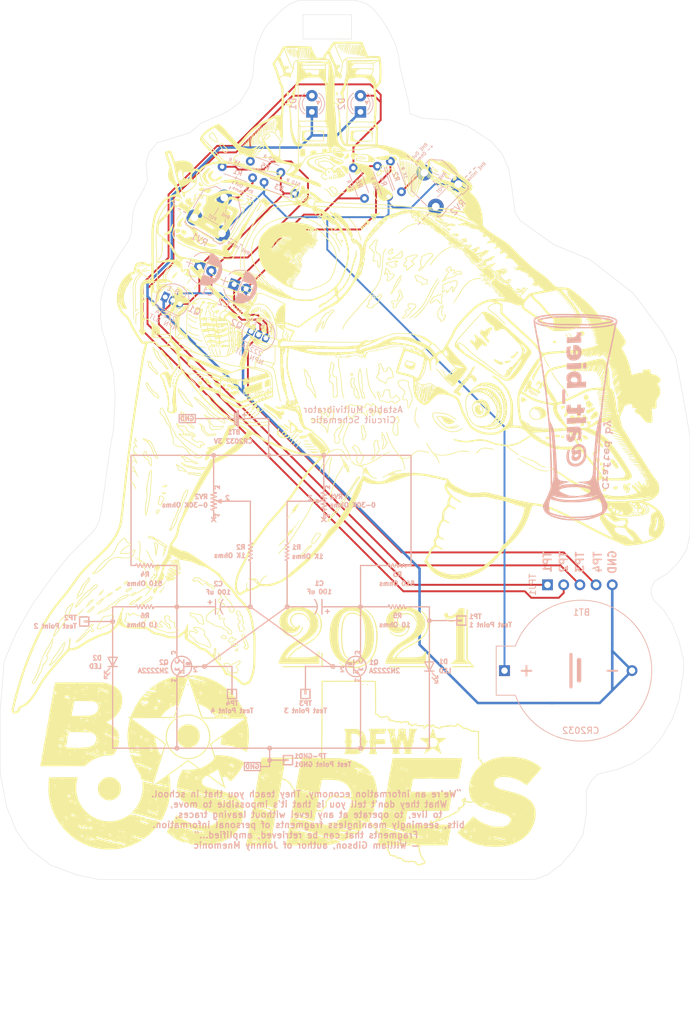
<source format=kicad_pcb>
(kicad_pcb (version 20171130) (host pcbnew "(5.1.9)-1")
  (title_block (title "BSidesDFW 2021 Astable Multivibrator Badge") (date 2021-10-05) (rev 1) (company "Created by @alt_bier a.k.a. Richard Gowen"))
  (layers (0 F.Cu signal) (31 B.Cu signal) (34 B.Paste user) (35 F.Paste user) (36 B.SilkS user) (37 F.SilkS user) (38 B.Mask user) (39 F.Mask user) (44 Edge.Cuts user))
  (net 0 "")
  (net 1 "Net-(BT1-Pad1)")
  (net 2 GND)
  (net 3 "Net-(C1-Pad1)")
  (net 4 TP4)
  (net 5 TP3)
  (net 6 "Net-(C2-Pad1)")
  (net 7 TP1)
  (net 8 TP2)
  (net 9 "Net-(R1-Pad1)")
  (net 10 "Net-(R2-Pad2)")
  (net 11 "Net-(RV1-Pad1)")
  (net 12 "Net-(RV2-Pad1)")
  (module 0_local:2021 (layer F.Cu) (at 149.86 120.142)
    (fp_text reference G*** hide)
    (fp_text value LOGO hide)
  )
  (module 0_alt_bier:logo-alt_bier-700dpi-13x32mm-back (layer F.Cu) (at 180.086 85.09)
    (fp_text reference G*** hide)
    (fp_text value LOGO hide)
  )
  (module 0_org_logos:BSidesDFW_Logo_Front_900dpi (layer F.Cu) (at 135.763 140.208)
    (fp_text reference G*** hide)
    (fp_text value LOGO hide)
  )
  (module 0_local:Astable_Multivibrator_Circuit-back (layer F.Cu) (at 131.318 105.41)
    (fp_text reference REF**)
    (fp_text value Astable_Multivibrator_Circuit)
    (fp_text user RV2 (at -8.69 -7.614161 -180) (layer B.SilkS) (effects (font (size 0.04 0.036) (thickness 0.005)) (justify right bottom mirror)))
    (fp_text user 2 (at -10.277109 19.515136 -180) (layer B.SilkS) (effects (font (size 0.04 0.036) (thickness 0.005)) (justify right bottom mirror)))
    (fp_text user 2 (at -10.277597 19.515527 -180) (layer B.SilkS) (effects (font (size 0.04 0.036) (thickness 0.005)) (justify right bottom mirror)))
    (fp_text user 2 (at 12.76293 19.515136 -180) (layer B.SilkS) (effects (font (size 0.04 0.036) (thickness 0.005)) (justify right bottom mirror)))
    (fp_text user 2 (at 12.762442 19.515527 -180) (layer B.SilkS) (effects (font (size 0.04 0.036) (thickness 0.005)) (justify right bottom mirror)))
    (fp_text user RV2 (at -8.689609 -7.614454 -180) (layer B.SilkS) (effects (font (size 0.04 0.036) (thickness 0.005)) (justify right bottom mirror)))
  )
  (module 0_local:CyberDolphin1_500dpi_108mm (layer F.Cu) (at 143.637 78.867)
    (fp_text reference G*** hide)
    (fp_text value LOGO hide)
  )
  (module 0_local:BatteryHolder_CR2032-BS-2-1_Front_backsilk (layer F.Cu) (at 192.278 124.714 270)
    (fp_text reference BT1 (at -9.144 10.922) (layer B.SilkS) (effects (justify mirror)))
    (fp_text value "CR2032 3V")
    (fp_text user + (at -0.127 19.558) (layer B.SilkS) (effects (font (size 2 2) (thickness 0.3)) (justify mirror)))
    (fp_text user - (at -0.127 6.096) (layer B.SilkS) (effects (font (size 2 2) (thickness 0.3)) (justify mirror)))
    (fp_text user CR2032 (at 9.398 11.049) (layer B.SilkS) (effects (justify mirror)))
    (pad 1 thru_hole rect (at 0 23 270) (size 1.7 1.7) (drill 1) (layers *.Cu *.Mask) (net 1 "Net-(BT1-Pad1)"))
    (pad 2 thru_hole circle (at 0 3 270) (size 1.7 1.7) (drill 1) (layers *.Cu *.Mask) (net 2 GND))
  )
  (module 0_local:CP_Radial_D5.0mm_P2.00mm_backsilk (layer F.Cu) (at 121.412 61.341 340)
    (fp_text reference C1 (at 2.539943 3.265204 160) (layer B.SilkS) (effects (justify mirror)))
    (fp_text value "100 uF")
    (pad 1 thru_hole rect (at 0 0 340) (size 1.6 1.6) (drill 0.8) (layers *.Cu *.Mask) (net 3 "Net-(C1-Pad1)"))
    (pad 2 thru_hole circle (at 2 0 340) (size 1.6 1.6) (drill 0.8) (layers *.Cu *.Mask) (net 4 TP4))
  )
  (module 0_local:CP_Radial_D5.0mm_P2.00mm_backsilk (layer F.Cu) (at 126.873 64.135 340)
    (fp_text reference C2 (at -0.552392 3.309517 160) (layer B.SilkS) (effects (justify mirror)))
    (fp_text value "100 uF")
    (pad 2 thru_hole circle (at 2 0 340) (size 1.6 1.6) (drill 0.8) (layers *.Cu *.Mask) (net 5 TP3))
    (pad 1 thru_hole rect (at 0 0 340) (size 1.6 1.6) (drill 0.8) (layers *.Cu *.Mask) (net 6 "Net-(C2-Pad1)"))
  )
  (module 0_local:LED_D3.0mm-2_backsilk (layer F.Cu) (at 139.065 37.084 90)
    (fp_text reference D1 (at 1.27 -2.96 90) (layer B.SilkS) (effects (justify mirror)))
    (fp_text value LED)
    (pad 2 thru_hole circle (at 2.54 0 90) (size 1.8 1.8) (drill 0.9) (layers *.Cu *.Mask) (net 7 TP1))
    (pad 1 thru_hole rect (at 0 0 90) (size 1.8 1.8) (drill 0.9) (layers *.Cu *.Mask) (net 2 GND))
  )
  (module 0_local:LED_D3.0mm-2_backsilk (layer F.Cu) (at 146.685 37.084 90)
    (fp_text reference D2 (at 1.27 -2.96 90) (layer B.SilkS) (effects (justify mirror)))
    (fp_text value LED)
    (pad 1 thru_hole rect (at 0 0 90) (size 1.8 1.8) (drill 0.9) (layers *.Cu *.Mask) (net 2 GND))
    (pad 2 thru_hole circle (at 2.54 0 90) (size 1.8 1.8) (drill 0.9) (layers *.Cu *.Mask) (net 8 TP2))
  )
  (module 0_local:Q_2222A_TO-92_Inline_back-silk (layer F.Cu) (at 116.061978 66.10955 335)
    (fp_text reference Q1 (at 5.0412 -0.045297 155) (layer B.SilkS) (effects (justify mirror)))
    (fp_text value 2N2222A)
    (fp_text user 2222A (at 1.32 2.55 155) (layer B.SilkS) (effects (font (size 0.75 0.75) (thickness 0.1)) (justify mirror)))
    (fp_text user "NPN BJT" (at 1.42 3.72 155) (layer B.SilkS) (effects (font (size 0.75 0.75) (thickness 0.1)) (justify mirror)))
    (fp_text user E (at 0 -1.47 155) (layer B.SilkS) (effects (font (size 0.75 0.75) (thickness 0.1)) (justify mirror)))
    (fp_text user B (at 1.27 -1.49 155) (layer B.SilkS) (effects (font (size 0.75 0.75) (thickness 0.1)) (justify mirror)))
    (fp_text user C (at 2.55 -1.49 155) (layer B.SilkS) (effects (font (size 0.75 0.75) (thickness 0.1)) (justify mirror)))
    (pad 2 thru_hole oval (at 1.27 0 335) (size 1.05 1.5) (drill 0.75) (layers *.Cu *.Mask) (net 5 TP3))
    (pad 3 thru_hole oval (at 2.54 0 335) (size 1.05 1.5) (drill 0.75) (layers *.Cu *.Mask) (net 3 "Net-(C1-Pad1)"))
    (pad 1 thru_hole rect (at 0 0 335) (size 1.05 1.5) (drill 0.75) (layers *.Cu *.Mask) (net 2 GND))
  )
  (module 0_local:Q_2222A_TO-92_Inline_back-silk (layer F.Cu) (at 129.54 71.501 335)
    (fp_text reference Q2 (at -2.554872 -0.069804 155) (layer B.SilkS) (effects (justify mirror)))
    (fp_text value 2N2222A)
    (fp_text user C (at 2.55 -1.49 155) (layer B.SilkS) (effects (font (size 0.75 0.75) (thickness 0.1)) (justify mirror)))
    (fp_text user B (at 1.27 -1.49 155) (layer B.SilkS) (effects (font (size 0.75 0.75) (thickness 0.1)) (justify mirror)))
    (fp_text user E (at 0 -1.47 155) (layer B.SilkS) (effects (font (size 0.75 0.75) (thickness 0.1)) (justify mirror)))
    (fp_text user "NPN BJT" (at 1.42 3.72 155) (layer B.SilkS) (effects (font (size 0.75 0.75) (thickness 0.1)) (justify mirror)))
    (fp_text user 2222A (at 1.32 2.55 155) (layer B.SilkS) (effects (font (size 0.75 0.75) (thickness 0.1)) (justify mirror)))
    (pad 1 thru_hole rect (at 0 0 335) (size 1.05 1.5) (drill 0.75) (layers *.Cu *.Mask) (net 2 GND))
    (pad 3 thru_hole oval (at 2.54 0 335) (size 1.05 1.5) (drill 0.75) (layers *.Cu *.Mask) (net 6 "Net-(C2-Pad1)"))
    (pad 2 thru_hole oval (at 1.27 0 335) (size 1.05 1.5) (drill 0.75) (layers *.Cu *.Mask) (net 4 TP4))
  )
  (module 0_local:R_Axial_DIN0204_L3.6mm_D1.6mm_P5.08mm_Horizontal_backsilk (layer F.Cu) (at 129.7686 47.4218 160)
    (fp_text reference R1 (at 2.4765 0 160) (layer B.SilkS) (effects (font (size 0.75 0.75)) (justify mirror)))
    (fp_text value "1K R" (at 3.559343 1.461577 160) (layer B.SilkS) (effects (font (size 0.5 0.5) (thickness 0.1)) (justify mirror)))
    (pad 2 thru_hole oval (at 5.08 0 160) (size 1.4 1.4) (drill 0.7) (layers *.Cu *.Mask) (net 4 TP4))
    (pad 1 thru_hole circle (at 0 0 160) (size 1.4 1.4) (drill 0.7) (layers *.Cu *.Mask) (net 9 "Net-(R1-Pad1)"))
  )
  (module 0_local:R_Axial_DIN0204_L3.6mm_D1.6mm_P5.08mm_Horizontal_backsilk (layer F.Cu) (at 151.384 44.831 290)
    (fp_text reference R2 (at 2.571534 -0.010092 110) (layer B.SilkS) (effects (font (size 0.75 0.75)) (justify mirror)))
    (fp_text value "1K R" (at 2.409195 -1.420685 110) (layer B.SilkS) (effects (font (size 0.5 0.5) (thickness 0.1)) (justify mirror)))
    (pad 1 thru_hole circle (at 0 0 290) (size 1.4 1.4) (drill 0.7) (layers *.Cu *.Mask) (net 5 TP3))
    (pad 2 thru_hole oval (at 5.08 0 290) (size 1.4 1.4) (drill 0.7) (layers *.Cu *.Mask) (net 10 "Net-(R2-Pad2)"))
  )
  (module 0_local:R_Axial_DIN0204_L3.6mm_D1.6mm_P5.08mm_Horizontal_backsilk (layer F.Cu) (at 131.572 48.133 340)
    (fp_text reference R3 (at 2.4765 0 160) (layer B.SilkS) (effects (font (size 0.75 0.75)) (justify mirror)))
    (fp_text value "510 R" (at 4.296275 -1.563716 160) (layer B.SilkS) (effects (font (size 0.5 0.5) (thickness 0.1)) (justify mirror)))
    (pad 1 thru_hole circle (at 0 0 340) (size 1.4 1.4) (drill 0.7) (layers *.Cu *.Mask) (net 1 "Net-(BT1-Pad1)"))
    (pad 2 thru_hole oval (at 5.08 0 340) (size 1.4 1.4) (drill 0.7) (layers *.Cu *.Mask) (net 3 "Net-(C1-Pad1)"))
  )
  (module 0_local:R_Axial_DIN0204_L3.6mm_D1.6mm_P5.08mm_Horizontal_backsilk (layer F.Cu) (at 149.352 45.593 290)
    (fp_text reference R4 (at 2.571534 -0.010092 110) (layer B.SilkS) (effects (font (size 0.75 0.75)) (justify mirror)))
    (fp_text value "510 R" (at 2.451755 1.432968 110) (layer B.SilkS) (effects (font (size 0.5 0.5) (thickness 0.1)) (justify mirror)))
    (pad 2 thru_hole oval (at 5.08 0 290) (size 1.4 1.4) (drill 0.7) (layers *.Cu *.Mask) (net 1 "Net-(BT1-Pad1)"))
    (pad 1 thru_hole circle (at 0 0 290) (size 1.4 1.4) (drill 0.7) (layers *.Cu *.Mask) (net 6 "Net-(C2-Pad1)"))
  )
  (module 0_local:R_Axial_DIN0204_L3.6mm_D1.6mm_P5.08mm_Horizontal_backsilk (layer F.Cu) (at 129.413 44.831 340)
    (fp_text reference R5 (at 2.4765 0 160) (layer B.SilkS) (effects (font (size 0.75 0.75)) (justify mirror)))
    (fp_text value "10 R" (at 2.571096 -1.476405 160) (layer B.SilkS) (effects (font (size 0.5 0.5) (thickness 0.1)) (justify mirror)))
    (pad 1 thru_hole circle (at 0 0 340) (size 1.4 1.4) (drill 0.7) (layers *.Cu *.Mask) (net 7 TP1))
    (pad 2 thru_hole oval (at 5.08 0 340) (size 1.4 1.4) (drill 0.7) (layers *.Cu *.Mask) (net 3 "Net-(C1-Pad1)"))
  )
  (module 0_local:R_Axial_DIN0204_L3.6mm_D1.6mm_P5.08mm_Horizontal_backsilk (layer F.Cu) (at 147.32 50.6476 110)
    (fp_text reference R6 (at 2.4765 0 110) (layer B.SilkS) (effects (font (size 0.75 0.75)) (justify mirror)))
    (fp_text value "10 R" (at 2.63489 -1.446659 110) (layer B.SilkS) (effects (font (size 0.5 0.5) (thickness 0.1)) (justify mirror)))
    (pad 2 thru_hole oval (at 5.08 0 110) (size 1.4 1.4) (drill 0.7) (layers *.Cu *.Mask) (net 8 TP2))
    (pad 1 thru_hole circle (at 0 0 110) (size 1.4 1.4) (drill 0.7) (layers *.Cu *.Mask) (net 6 "Net-(C2-Pad1)"))
  )
  (module 0_local:R_Potentiometer_3pin_THT_5mm_backsilk_anno (layer F.Cu) (at 120.637873 53.634 330)
    (fp_text reference RV1 (at 2.39 2.58 150) (layer B.SilkS) (effects (justify mirror)))
    (fp_text value "0-30K Ohms")
    (fp_text user "RHE Inline" (at 8.38 0.64 150) (layer B.SilkS) (effects (font (size 0.5 0.5) (thickness 0.1)) (justify mirror)))
    (fp_text user "+- Ohms" (at 4.67 -7.14 150) (layer B.SilkS) (effects (font (size 0.5 0.5) (thickness 0.1)) (justify mirror)))
    (fp_text user "RHE Out" (at 4.44 -7.94 150) (layer B.SilkS) (effects (font (size 0.5 0.5) (thickness 0.1)) (justify mirror)))
    (fp_text user POT (at 2.45 -1.38 150) (layer B.SilkS) (effects (font (size 0.5 0.5) (thickness 0.1)) (justify mirror)))
    (fp_text user RHE (at 4.1 -2.64 150) (layer B.SilkS) (effects (font (size 0.5 0.5) (thickness 0.1)) (justify mirror)))
    (pad 1 thru_hole circle (at 0 0 330) (size 2.5 2.5) (drill 1.2) (layers *.Cu *.Mask) (net 11 "Net-(RV1-Pad1)"))
    (pad 3 thru_hole circle (at 5 0 330) (size 2.5 2.5) (drill 1.2) (layers *.Cu *.Mask) (net 1 "Net-(BT1-Pad1)"))
    (pad 2 thru_hole circle (at 2.5 -5.04 330) (size 2.5 2.5) (drill 1.2) (layers *.Cu *.Mask) (net 9 "Net-(R1-Pad1)"))
  )
  (module 0_local:R_Potentiometer_3pin_THT_5mm_backsilk_anno (layer F.Cu) (at 158.496 51.943 45)
    (fp_text reference RV2 (at 2.39 2.58 45) (layer B.SilkS) (effects (justify mirror)))
    (fp_text value "0-30K Ohms")
    (fp_text user RHE (at 4.1 -2.64 45) (layer B.SilkS) (effects (font (size 0.5 0.5) (thickness 0.1)) (justify mirror)))
    (fp_text user POT (at 2.45 -1.38 45) (layer B.SilkS) (effects (font (size 0.5 0.5) (thickness 0.1)) (justify mirror)))
    (fp_text user "RHE Out" (at 4.44 -7.94 45) (layer B.SilkS) (effects (font (size 0.5 0.5) (thickness 0.1)) (justify mirror)))
    (fp_text user "+- Ohms" (at 4.67 -7.14 45) (layer B.SilkS) (effects (font (size 0.5 0.5) (thickness 0.1)) (justify mirror)))
    (fp_text user "RHE Inline" (at 8.38 0.64 45) (layer B.SilkS) (effects (font (size 0.5 0.5) (thickness 0.1)) (justify mirror)))
    (pad 2 thru_hole circle (at 2.5 -5.04 45) (size 2.5 2.5) (drill 1.2) (layers *.Cu *.Mask) (net 10 "Net-(R2-Pad2)"))
    (pad 3 thru_hole circle (at 5 0 45) (size 2.5 2.5) (drill 1.2) (layers *.Cu *.Mask) (net 1 "Net-(BT1-Pad1)"))
    (pad 1 thru_hole circle (at 0 0 45) (size 2.5 2.5) (drill 1.2) (layers *.Cu *.Mask) (net 12 "Net-(RV2-Pad1)"))
  )
  (module 0_local:Conn_Pin_Header_Hole_1x05_Pitch2.54mm (layer F.Cu) (at 176.022 111.252 90)
    (fp_text reference TPJ1 (at 0 -2.33 90) (layer B.SilkS) (effects (justify mirror)))
    (fp_text value "Test Point Connector")
    (pad 5 thru_hole oval (at 0 10.16 90) (size 1.7 1.7) (drill 1) (layers *.Cu *.Mask) (net 2 GND))
    (pad 4 thru_hole oval (at 0 7.62 90) (size 1.7 1.7) (drill 1) (layers *.Cu *.Mask) (net 4 TP4))
    (pad 3 thru_hole oval (at 0 5.08 90) (size 1.7 1.7) (drill 1) (layers *.Cu *.Mask) (net 5 TP3))
    (pad 2 thru_hole oval (at 0 2.54 90) (size 1.7 1.7) (drill 1) (layers *.Cu *.Mask) (net 8 TP2))
    (pad 1 thru_hole rect (at 0 0 90) (size 1.7 1.7) (drill 1) (layers *.Cu *.Mask) (net 7 TP1))
  )
  (gr_line (start 108.204 81.534) (end 107.95 86.868) (layer Edge.Cuts) (width 0.05))
  (gr_line (start 107.95 77.978) (end 108.204 81.534) (layer Edge.Cuts) (width 0.05))
  (gr_line (start 106.68 72.898) (end 107.95 77.978) (layer Edge.Cuts) (width 0.05))
  (gr_line (start 106.172 71.374) (end 106.68 72.898) (layer Edge.Cuts) (width 0.05))
  (gr_line (start 105.918 69.342) (end 106.172 71.374) (layer Edge.Cuts) (width 0.05))
  (gr_line (start 105.918 66.802) (end 105.918 69.342) (layer Edge.Cuts) (width 0.05))
  (gr_line (start 106.172 65.278) (end 105.918 66.802) (layer Edge.Cuts) (width 0.05))
  (gr_line (start 106.68 63.754) (end 106.172 65.278) (layer Edge.Cuts) (width 0.05))
  (gr_line (start 107.442 61.976) (end 106.68 63.754) (layer Edge.Cuts) (width 0.05))
  (gr_line (start 108.204 60.452) (end 107.442 61.976) (layer Edge.Cuts) (width 0.05))
  (gr_line (start 134.366 21.082) (end 133.096 22.352) (layer Edge.Cuts) (width 0.05))
  (gr_line (start 135.382 20.32) (end 134.366 21.082) (layer Edge.Cuts) (width 0.05))
  (gr_line (start 136.398 19.812) (end 135.382 20.32) (layer Edge.Cuts) (width 0.05))
  (gr_line (start 137.16 19.558) (end 136.398 19.812) (layer Edge.Cuts) (width 0.05))
  (gr_line (start 148.59 20.828) (end 149.86 22.352) (layer Edge.Cuts) (width 0.05))
  (gr_line (start 147.574 20.066) (end 148.59 20.828) (layer Edge.Cuts) (width 0.05))
  (gr_line (start 145.796 19.558) (end 147.574 20.066) (layer Edge.Cuts) (width 0.05))
  (gr_line (start 137.16 19.558) (end 145.796 19.558) (layer Edge.Cuts) (width 0.05))
  (gr_line (start 126.492 36.576) (end 124.714 37.592) (layer Edge.Cuts) (width 0.05))
  (gr_line (start 127.762 35.56) (end 126.492 36.576) (layer Edge.Cuts) (width 0.05))
  (gr_line (start 129.032 33.528) (end 127.762 35.56) (layer Edge.Cuts) (width 0.05))
  (gr_line (start 132.08 23.368) (end 133.096 22.352) (layer Edge.Cuts) (width 0.05))
  (gr_line (start 131.572 24.13) (end 132.08 23.368) (layer Edge.Cuts) (width 0.05))
  (gr_line (start 130.556 26.416) (end 131.572 24.13) (layer Edge.Cuts) (width 0.05))
  (gr_line (start 130.048 28.448) (end 130.556 26.416) (layer Edge.Cuts) (width 0.05))
  (gr_line (start 129.794 31.496) (end 130.048 28.448) (layer Edge.Cuts) (width 0.05))
  (gr_line (start 129.286 33.02) (end 129.794 31.496) (layer Edge.Cuts) (width 0.05))
  (gr_line (start 129.032 33.528) (end 129.286 33.02) (layer Edge.Cuts) (width 0.05))
  (gr_line (start 113.538 43.434) (end 114.808 41.91) (layer Edge.Cuts) (width 0.05))
  (gr_line (start 113.03 45.212) (end 113.538 43.434) (layer Edge.Cuts) (width 0.05))
  (gr_line (start 113.284 47.752) (end 113.03 45.212) (layer Edge.Cuts) (width 0.05))
  (gr_line (start 112.776 49.022) (end 113.284 47.752) (layer Edge.Cuts) (width 0.05))
  (gr_line (start 111.506 51.308) (end 112.776 49.022) (layer Edge.Cuts) (width 0.05))
  (gr_line (start 110.998 52.832) (end 111.506 51.308) (layer Edge.Cuts) (width 0.05))
  (gr_line (start 110.744 56.134) (end 110.998 52.832) (layer Edge.Cuts) (width 0.05))
  (gr_line (start 110.236 57.404) (end 110.744 56.134) (layer Edge.Cuts) (width 0.05))
  (gr_line (start 108.204 60.452) (end 110.236 57.404) (layer Edge.Cuts) (width 0.05))
  (gr_line (start 176.022 156.718) (end 173.99 157.48) (layer Edge.Cuts) (width 0.05))
  (gr_line (start 178.054 155.194) (end 176.022 156.718) (layer Edge.Cuts) (width 0.05))
  (gr_line (start 180.086 152.908) (end 178.054 155.194) (layer Edge.Cuts) (width 0.05))
  (gr_line (start 181.61 150.368) (end 180.086 152.908) (layer Edge.Cuts) (width 0.05))
  (gr_line (start 182.118 147.066) (end 181.61 150.368) (layer Edge.Cuts) (width 0.05))
  (gr_line (start 182.118 143.51) (end 182.118 147.066) (layer Edge.Cuts) (width 0.05))
  (gr_line (start 182.88 141.986) (end 182.118 143.51) (layer Edge.Cuts) (width 0.05))
  (gr_line (start 183.896 140.97) (end 182.88 141.986) (layer Edge.Cuts) (width 0.05))
  (gr_line (start 186.944 140.208) (end 183.896 140.97) (layer Edge.Cuts) (width 0.05))
  (gr_line (start 189.484 139.192) (end 186.944 140.208) (layer Edge.Cuts) (width 0.05))
  (gr_line (start 192.024 137.414) (end 189.484 139.192) (layer Edge.Cuts) (width 0.05))
  (gr_line (start 193.802 135.382) (end 192.024 137.414) (layer Edge.Cuts) (width 0.05))
  (gr_line (start 195.58 132.334) (end 193.802 135.382) (layer Edge.Cuts) (width 0.05))
  (gr_line (start 196.596 129.54) (end 195.58 132.334) (layer Edge.Cuts) (width 0.05))
  (gr_line (start 197.358 124.968) (end 196.596 129.54) (layer Edge.Cuts) (width 0.05))
  (gr_line (start 197.358 122.936) (end 197.358 124.968) (layer Edge.Cuts) (width 0.05))
  (gr_line (start 196.596 119.888) (end 197.358 122.936) (layer Edge.Cuts) (width 0.05))
  (gr_line (start 195.58 117.348) (end 196.596 119.888) (layer Edge.Cuts) (width 0.05))
  (gr_line (start 194.31 115.316) (end 195.58 117.348) (layer Edge.Cuts) (width 0.05))
  (gr_line (start 192.786 113.792) (end 194.31 115.316) (layer Edge.Cuts) (width 0.05))
  (gr_line (start 192.278 112.776) (end 192.786 113.792) (layer Edge.Cuts) (width 0.05))
  (gr_line (start 192.278 111.76) (end 192.278 112.776) (layer Edge.Cuts) (width 0.05))
  (gr_line (start 192.786 110.744) (end 192.278 111.76) (layer Edge.Cuts) (width 0.05))
  (gr_line (start 194.818 109.474) (end 192.786 110.744) (layer Edge.Cuts) (width 0.05))
  (gr_line (start 196.596 107.696) (end 194.818 109.474) (layer Edge.Cuts) (width 0.05))
  (gr_line (start 197.866 105.664) (end 196.596 107.696) (layer Edge.Cuts) (width 0.05))
  (gr_line (start 198.374 103.378) (end 197.866 105.664) (layer Edge.Cuts) (width 0.05))
  (gr_line (start 198.374 87.884) (end 198.374 103.378) (layer Edge.Cuts) (width 0.05))
  (gr_line (start 196.85 79.375) (end 198.374 87.884) (layer Edge.Cuts) (width 0.05))
  (gr_line (start 105.664 157.48) (end 173.99 157.48) (layer Edge.Cuts) (width 0.05))
  (gr_line (start 102.108 156.718) (end 105.664 157.48) (layer Edge.Cuts) (width 0.05))
  (gr_line (start 98.044 155.194) (end 102.108 156.718) (layer Edge.Cuts) (width 0.05))
  (gr_line (start 94.742 152.654) (end 98.044 155.194) (layer Edge.Cuts) (width 0.05))
  (gr_line (start 92.71 149.86) (end 94.742 152.654) (layer Edge.Cuts) (width 0.05))
  (gr_line (start 91.186 146.05) (end 92.71 149.86) (layer Edge.Cuts) (width 0.05))
  (gr_line (start 90.17 140.716) (end 91.186 146.05) (layer Edge.Cuts) (width 0.05))
  (gr_line (start 90.17 131.064) (end 90.17 140.716) (layer Edge.Cuts) (width 0.05))
  (gr_line (start 152.146 26.416) (end 152.654 28.194) (layer Edge.Cuts) (width 0.05))
  (gr_line (start 150.876 23.876) (end 152.146 26.416) (layer Edge.Cuts) (width 0.05))
  (gr_line (start 149.86 22.352) (end 150.876 23.876) (layer Edge.Cuts) (width 0.05))
  (gr_line (start 152.654 28.194) (end 152.908 30.226) (layer Edge.Cuts) (width 0.05))
  (gr_line (start 137.668 21.844) (end 137.668 25.654) (layer Edge.Cuts) (width 0.05))
  (gr_line (start 145.288 21.844) (end 137.668 21.844) (layer Edge.Cuts) (width 0.05))
  (gr_line (start 145.288 25.654) (end 145.288 21.844) (layer Edge.Cuts) (width 0.05))
  (gr_line (start 137.668 25.654) (end 145.288 25.654) (layer Edge.Cuts) (width 0.05))
  (gr_line (start 196.088 75.438) (end 196.85 79.375) (layer Edge.Cuts) (width 0.05))
  (gr_line (start 194.056 71.628) (end 196.088 75.438) (layer Edge.Cuts) (width 0.05))
  (gr_line (start 189.484 65.532) (end 194.056 71.628) (layer Edge.Cuts) (width 0.05))
  (gr_line (start 182.626 60.198) (end 189.484 65.532) (layer Edge.Cuts) (width 0.05))
  (gr_line (start 177.038 57.912) (end 182.626 60.198) (layer Edge.Cuts) (width 0.05))
  (gr_line (start 171.704 54.102) (end 177.038 57.912) (layer Edge.Cuts) (width 0.05))
  (gr_line (start 170.942 52.832) (end 171.704 54.102) (layer Edge.Cuts) (width 0.05))
  (gr_line (start 170.434 49.022) (end 170.942 52.832) (layer Edge.Cuts) (width 0.05))
  (gr_line (start 169.926 45.974) (end 170.434 49.022) (layer Edge.Cuts) (width 0.05))
  (gr_line (start 168.91 43.688) (end 169.926 45.974) (layer Edge.Cuts) (width 0.05))
  (gr_line (start 167.132 41.656) (end 168.91 43.688) (layer Edge.Cuts) (width 0.05))
  (gr_line (start 163.576 39.37) (end 167.132 41.656) (layer Edge.Cuts) (width 0.05))
  (gr_line (start 160.782 38.354) (end 163.576 39.37) (layer Edge.Cuts) (width 0.05))
  (gr_line (start 156.464 38.1) (end 160.782 38.354) (layer Edge.Cuts) (width 0.05))
  (gr_line (start 154.432 37.338) (end 156.464 38.1) (layer Edge.Cuts) (width 0.05))
  (gr_line (start 154.178 35.306) (end 154.432 37.338) (layer Edge.Cuts) (width 0.05))
  (gr_line (start 152.908 30.226) (end 154.178 35.306) (layer Edge.Cuts) (width 0.05))
  (gr_line (start 123.444 38.1) (end 124.714 37.592) (layer Edge.Cuts) (width 0.05))
  (gr_line (start 121.666 38.862) (end 123.444 38.1) (layer Edge.Cuts) (width 0.05))
  (gr_line (start 119.888 40.386) (end 121.666 38.862) (layer Edge.Cuts) (width 0.05))
  (gr_line (start 114.808 41.91) (end 119.888 40.386) (layer Edge.Cuts) (width 0.05))
  (gr_line (start 107.442 89.662) (end 107.95 86.868) (layer Edge.Cuts) (width 0.05))
  (gr_line (start 106.934 93.218) (end 107.442 89.662) (layer Edge.Cuts) (width 0.05))
  (gr_line (start 106.426 97.028) (end 106.934 93.218) (layer Edge.Cuts) (width 0.05))
  (gr_line (start 105.918 100.33) (end 106.426 97.028) (layer Edge.Cuts) (width 0.05))
  (gr_line (start 105.664 101.346) (end 105.918 100.33) (layer Edge.Cuts) (width 0.05))
  (gr_line (start 105.156 102.362) (end 105.664 101.346) (layer Edge.Cuts) (width 0.05))
  (gr_line (start 104.775 102.87) (end 105.156 102.362) (layer Edge.Cuts) (width 0.05))
  (gr_line (start 100.965 106.68) (end 104.775 102.87) (layer Edge.Cuts) (width 0.05))
  (gr_line (start 98.425 109.855) (end 100.965 106.68) (layer Edge.Cuts) (width 0.05))
  (gr_line (start 95.25 114.3) (end 98.425 109.855) (layer Edge.Cuts) (width 0.05))
  (gr_line (start 92.71 118.745) (end 95.25 114.3) (layer Edge.Cuts) (width 0.05))
  (gr_line (start 90.805 123.19) (end 92.71 118.745) (layer Edge.Cuts) (width 0.05))
  (gr_text GND (at 186.182 107.696 90) (layer B.SilkS) (effects (font (size 1.2 1.2) (thickness 0.25)) (justify mirror)))
  (gr_text TP4 (at 183.896 107.696 90) (layer B.SilkS) (effects (font (size 1.2 1.2) (thickness 0.25)) (justify mirror)))
  (gr_text TP3 (at 181.102 107.696 90) (layer B.SilkS) (effects (font (size 1.2 1.2) (thickness 0.25)) (justify mirror)))
  (gr_text TP2 (at 178.562 107.696 90) (layer B.SilkS) (effects (font (size 1.2 1.2) (thickness 0.25)) (justify mirror)))
  (gr_text TP1 (at 176.022 107.696 90) (layer B.SilkS) (effects (font (size 1.2 1.2) (thickness 0.25)) (justify mirror)))
  (gr_line (start 90.17 131.064) (end 90.805 123.19) (layer Edge.Cuts) (width 0.05))
  (gr_text "“We're an information economy. They teach you that in school.\nWhat they don't tell you is that it's impossible to move, \nto live, to operate at any level without leaving traces, \nbits, seemingly meaningless fragments of personal information. \nFragments that can be retrieved, amplified...”\n― William Gibson, author of Johnny Mnemonic" (at 138.176 148.082) (layer B.SilkS) (effects (font (size 1 1) (thickness 0.2)) (justify mirror)))
  (gr_text "Astable Multivibrator\nCircuit Schematic" (at 145.542 84.582) (layer B.SilkS) (effects (font (size 1 1)) (justify mirror)))
  (segment (start 131.572 48.133) (end 131.572 50.038) (width 0.3) (layer B.Cu) (net 1))
  (segment (start 131.572 50.038) (end 135.128 53.594) (width 0.3) (layer B.Cu) (net 1))
  (segment (start 169.278 124.714) (end 169.278 86.474) (width 0.3) (layer B.Cu) (net 1))
  (segment (start 141.478 58.674) (end 141.478 53.594) (width 0.3) (layer B.Cu) (net 1))
  (segment (start 169.278 86.474) (end 141.478 58.674) (width 0.3) (layer B.Cu) (net 1))
  (segment (start 135.128 53.594) (end 141.478 53.594) (width 0.3) (layer B.Cu) (net 1))
  (segment (start 131.572 49.53) (end 131.572 48.133) (width 0.3) (layer B.Cu) (net 1))
  (segment (start 124.968 56.134) (end 131.572 49.53) (width 0.3) (layer B.Cu) (net 1))
  (segment (start 150.622 53.594) (end 151.089462 53.126538) (width 0.3) (layer B.Cu) (net 1))
  (segment (start 141.478 53.594) (end 150.622 53.594) (width 0.3) (layer B.Cu) (net 1))
  (segment (start 151.810924 52.07) (end 151.089462 51.348538) (width 0.3) (layer B.Cu) (net 1))
  (segment (start 158.348534 48.407466) (end 154.686 52.07) (width 0.3) (layer B.Cu) (net 1))
  (segment (start 154.686 52.07) (end 151.810924 52.07) (width 0.3) (layer B.Cu) (net 1))
  (segment (start 162.031534 48.407466) (end 158.348534 48.407466) (width 0.3) (layer B.Cu) (net 1))
  (segment (start 151.089462 51.348538) (end 151.089462 50.366639) (width 0.3) (layer B.Cu) (net 1))
  (segment (start 151.089462 53.126538) (end 151.089462 51.348538) (width 0.3) (layer B.Cu) (net 1))
  (segment (start 129.413 71.628) (end 129.54 71.501) (width 0.4) (layer B.Cu) (net 2))
  (segment (start 115.824 66.548) (end 115.824 68.58) (width 0.4) (layer B.Cu) (net 2))
  (segment (start 115.824 68.58) (end 118.872 71.628) (width 0.4) (layer B.Cu) (net 2))
  (segment (start 116.061978 66.310022) (end 115.824 66.548) (width 0.4) (layer B.Cu) (net 2))
  (segment (start 116.061978 66.10955) (end 116.061978 66.310022) (width 0.4) (layer B.Cu) (net 2))
  (segment (start 139.065 40.767) (end 139.065 37.084) (width 0.4) (layer B.Cu) (net 2))
  (segment (start 137.16 42.672) (end 139.065 40.767) (width 0.4) (layer B.Cu) (net 2))
  (segment (start 124.714 42.672) (end 137.16 42.672) (width 0.4) (layer B.Cu) (net 2))
  (segment (start 113.284 64.008) (end 117.094 60.198) (width 0.4) (layer B.Cu) (net 2))
  (segment (start 117.094 60.198) (end 117.094 50.292) (width 0.4) (layer B.Cu) (net 2))
  (segment (start 113.284 66.04) (end 113.284 64.008) (width 0.4) (layer B.Cu) (net 2))
  (segment (start 117.094 50.292) (end 124.714 42.672) (width 0.4) (layer B.Cu) (net 2))
  (segment (start 115.824 68.58) (end 113.284 66.04) (width 0.4) (layer B.Cu) (net 2))
  (segment (start 143.002 40.767) (end 146.685 37.084) (width 0.4) (layer B.Cu) (net 2))
  (segment (start 139.065 40.767) (end 143.002 40.767) (width 0.4) (layer B.Cu) (net 2))
  (segment (start 155.956 120.65) (end 165.1 129.794) (width 0.4) (layer B.Cu) (net 2))
  (segment (start 155.956 108.712) (end 155.956 120.65) (width 0.4) (layer B.Cu) (net 2))
  (segment (start 186.182 111.252) (end 186.182 120.65) (width 0.4) (layer B.Cu) (net 2))
  (segment (start 177.038 129.794) (end 176.53 129.794) (width 0.4) (layer B.Cu) (net 2))
  (segment (start 176.53 129.794) (end 184.198 129.794) (width 0.4) (layer B.Cu) (net 2))
  (segment (start 165.1 129.794) (end 176.53 129.794) (width 0.4) (layer B.Cu) (net 2))
  (segment (start 186.182 121.618) (end 186.182 120.65) (width 0.4) (layer B.Cu) (net 2))
  (segment (start 189.278 124.714) (end 186.182 121.618) (width 0.4) (layer B.Cu) (net 2))
  (segment (start 186.182 121.618) (end 186.182 127.762) (width 0.4) (layer B.Cu) (net 2))
  (segment (start 186.182 127.762) (end 186.206 127.786) (width 0.4) (layer B.Cu) (net 2))
  (segment (start 186.206 127.786) (end 189.278 124.714) (width 0.4) (layer B.Cu) (net 2))
  (segment (start 184.198 129.794) (end 186.206 127.786) (width 0.4) (layer B.Cu) (net 2))
  (segment (start 128.27 72.771) (end 129.54 71.501) (width 0.4) (layer B.Cu) (net 2))
  (segment (start 128.27 81.026) (end 128.27 72.771) (width 0.4) (layer B.Cu) (net 2))
  (segment (start 118.872 71.628) (end 128.27 81.026) (width 0.4) (layer B.Cu) (net 2))
  (segment (start 128.27 81.026) (end 155.956 108.712) (width 0.4) (layer B.Cu) (net 2))
  (segment (start 136.345639 49.870462) (end 134.736738 49.870462) (width 0.3) (layer F.Cu) (net 3))
  (segment (start 134.736738 49.870462) (end 125.5268 59.0804) (width 0.3) (layer F.Cu) (net 3))
  (segment (start 123.6726 59.0804) (end 121.412 61.341) (width 0.3) (layer F.Cu) (net 3))
  (segment (start 125.5268 59.0804) (end 123.6726 59.0804) (width 0.3) (layer F.Cu) (net 3))
  (segment (start 134.186639 49.320363) (end 134.736738 49.870462) (width 0.3) (layer F.Cu) (net 3))
  (segment (start 134.186639 46.568462) (end 134.186639 49.320363) (width 0.3) (layer F.Cu) (net 3))
  (segment (start 118.364 67.183) (end 118.5926 67.183) (width 0.3) (layer F.Cu) (net 3))
  (segment (start 118.364 67.183) (end 119.5578 67.183) (width 0.3) (layer F.Cu) (net 3))
  (segment (start 121.412 65.3288) (end 121.412 61.341) (width 0.3) (layer F.Cu) (net 3))
  (segment (start 119.5578 67.183) (end 121.412 65.3288) (width 0.3) (layer F.Cu) (net 3))
  (segment (start 124.994961 45.684338) (end 127.065938 45.684338) (width 0.3) (layer F.Cu) (net 4))
  (segment (start 127.065938 45.684338) (end 127.508 46.1264) (width 0.3) (layer F.Cu) (net 4))
  (segment (start 127.508 46.1264) (end 131.5212 46.1264) (width 0.3) (layer F.Cu) (net 4))
  (segment (start 131.5212 46.1264) (end 132.7912 44.8564) (width 0.3) (layer F.Cu) (net 4))
  (segment (start 132.7912 44.8564) (end 135.7884 44.8564) (width 0.3) (layer F.Cu) (net 4))
  (segment (start 135.7884 44.8564) (end 138.4554 47.5234) (width 0.3) (layer F.Cu) (net 4))
  (segment (start 138.4554 47.5234) (end 138.4554 50.4698) (width 0.3) (layer F.Cu) (net 4))
  (segment (start 138.4554 50.4698) (end 129.0066 59.9186) (width 0.3) (layer F.Cu) (net 4))
  (segment (start 125.397825 59.9186) (end 123.291385 62.02504) (width 0.3) (layer F.Cu) (net 4))
  (segment (start 129.0066 59.9186) (end 125.397825 59.9186) (width 0.3) (layer F.Cu) (net 4))
  (segment (start 123.291385 62.02504) (end 123.291385 64.922185) (width 0.3) (layer F.Cu) (net 4))
  (segment (start 123.291385 64.922185) (end 128.0414 69.6722) (width 0.3) (layer F.Cu) (net 4))
  (segment (start 128.0414 69.6722) (end 130.2258 69.6722) (width 0.3) (layer F.Cu) (net 4))
  (segment (start 130.2258 69.6722) (end 130.9878 70.4342) (width 0.3) (layer F.Cu) (net 4))
  (segment (start 130.9878 71.740936) (end 130.691011 72.037725) (width 0.3) (layer F.Cu) (net 4))
  (segment (start 130.9878 70.4342) (end 130.9878 71.740936) (width 0.3) (layer F.Cu) (net 4))
  (segment (start 178.562 106.172) (end 183.642 111.252) (width 0.3) (layer F.Cu) (net 4))
  (segment (start 129.032 82.042) (end 153.162 106.172) (width 0.3) (layer F.Cu) (net 4))
  (segment (start 129.032 73.914) (end 129.032 82.042) (width 0.3) (layer F.Cu) (net 4))
  (segment (start 130.691011 72.254989) (end 129.032 73.914) (width 0.3) (layer F.Cu) (net 4))
  (segment (start 153.162 106.172) (end 178.562 106.172) (width 0.3) (layer F.Cu) (net 4))
  (segment (start 130.691011 72.037725) (end 130.691011 72.254989) (width 0.3) (layer F.Cu) (net 4))
  (segment (start 151.384 44.831) (end 151.384 46.3804) (width 0.3) (layer F.Cu) (net 5))
  (segment (start 151.384 46.3804) (end 149.1234 48.641) (width 0.3) (layer F.Cu) (net 5))
  (segment (start 149.1234 48.641) (end 149.1234 53.0352) (width 0.3) (layer F.Cu) (net 5))
  (segment (start 149.1234 53.0352) (end 146.6342 55.5244) (width 0.3) (layer F.Cu) (net 5))
  (segment (start 138.047025 55.5244) (end 128.752385 64.81904) (width 0.3) (layer F.Cu) (net 5))
  (segment (start 146.6342 55.5244) (end 138.047025 55.5244) (width 0.3) (layer F.Cu) (net 5))
  (segment (start 117.212989 66.646275) (end 117.212989 66.962411) (width 0.3) (layer F.Cu) (net 5))
  (segment (start 129.20804 64.81904) (end 128.752385 64.81904) (width 0.3) (layer F.Cu) (net 5))
  (segment (start 117.212989 66.646275) (end 117.212989 66.429011) (width 0.3) (layer B.Cu) (net 5))
  (segment (start 117.212989 66.429011) (end 118.11 65.532) (width 0.3) (layer B.Cu) (net 5))
  (segment (start 118.11 65.532) (end 124.714 65.532) (width 0.3) (layer B.Cu) (net 5))
  (segment (start 124.714 65.532) (end 125.984 66.802) (width 0.3) (layer B.Cu) (net 5))
  (segment (start 125.984 66.802) (end 128.016 66.802) (width 0.3) (layer B.Cu) (net 5))
  (segment (start 128.752385 66.065615) (end 128.752385 64.81904) (width 0.3) (layer B.Cu) (net 5))
  (segment (start 128.016 66.802) (end 128.752385 66.065615) (width 0.3) (layer B.Cu) (net 5))
  (segment (start 178.054 108.204) (end 181.102 111.252) (width 0.3) (layer F.Cu) (net 5))
  (segment (start 152.908 108.204) (end 178.054 108.204) (width 0.3) (layer F.Cu) (net 5))
  (segment (start 115.062 70.358) (end 152.908 108.204) (width 0.3) (layer F.Cu) (net 5))
  (segment (start 117.212989 66.937011) (end 115.062 69.088) (width 0.3) (layer F.Cu) (net 5))
  (segment (start 115.062 69.088) (end 115.062 70.358) (width 0.3) (layer F.Cu) (net 5))
  (segment (start 117.212989 66.646275) (end 117.212989 66.937011) (width 0.3) (layer F.Cu) (net 5))
  (segment (start 149.1742 45.7708) (end 149.352 45.593) (width 0.3) (layer F.Cu) (net 6))
  (segment (start 149.352 45.593) (end 148.1836 45.593) (width 0.3) (layer F.Cu) (net 6))
  (segment (start 137.8204 53.1876) (end 126.873 64.135) (width 0.3) (layer F.Cu) (net 6))
  (segment (start 140.589 53.1876) (end 137.8204 53.1876) (width 0.3) (layer F.Cu) (net 6))
  (segment (start 143.129 50.6476) (end 142.9512 50.8254) (width 0.3) (layer F.Cu) (net 6))
  (segment (start 147.32 50.6476) (end 143.129 50.6476) (width 0.3) (layer F.Cu) (net 6))
  (segment (start 142.9512 50.8254) (end 140.589 53.1876) (width 0.3) (layer F.Cu) (net 6))
  (segment (start 148.1836 45.593) (end 142.9512 50.8254) (width 0.3) (layer F.Cu) (net 6))
  (segment (start 132.1308 72.285672) (end 131.842022 72.57445) (width 0.3) (layer F.Cu) (net 6))
  (segment (start 132.1054 72.311072) (end 131.842022 72.57445) (width 0.3) (layer F.Cu) (net 6))
  (segment (start 130.5306 68.9102) (end 132.1054 70.485) (width 0.3) (layer F.Cu) (net 6))
  (segment (start 128.3462 68.9102) (end 130.5306 68.9102) (width 0.3) (layer F.Cu) (net 6))
  (segment (start 132.1054 70.485) (end 132.1054 72.311072) (width 0.3) (layer F.Cu) (net 6))
  (segment (start 126.873 67.437) (end 128.3462 68.9102) (width 0.3) (layer F.Cu) (net 6))
  (segment (start 126.873 64.135) (end 126.873 67.437) (width 0.3) (layer F.Cu) (net 6))
  (segment (start 129.413 44.831) (end 129.413 41.1734) (width 0.3) (layer F.Cu) (net 7))
  (segment (start 136.0424 34.544) (end 139.065 34.544) (width 0.3) (layer F.Cu) (net 7))
  (segment (start 129.413 41.1734) (end 136.0424 34.544) (width 0.3) (layer F.Cu) (net 7))
  (segment (start 124.46 43.434) (end 117.348 50.546) (width 0.3) (layer F.Cu) (net 7))
  (segment (start 117.348 50.546) (end 117.348 60.706) (width 0.3) (layer F.Cu) (net 7))
  (segment (start 117.348 60.706) (end 113.284 64.77) (width 0.3) (layer F.Cu) (net 7))
  (segment (start 113.284 64.77) (end 113.284 70.358) (width 0.3) (layer F.Cu) (net 7))
  (segment (start 154.178 111.252) (end 176.022 111.252) (width 0.3) (layer F.Cu) (net 7))
  (segment (start 113.284 70.358) (end 154.178 111.252) (width 0.3) (layer F.Cu) (net 7))
  (segment (start 127.1524 43.434) (end 129.413 41.1734) (width 0.3) (layer F.Cu) (net 7))
  (segment (start 124.46 43.434) (end 127.1524 43.434) (width 0.3) (layer F.Cu) (net 7))
  (segment (start 178.562 112.522) (end 178.562 111.252) (width 0.3) (layer F.Cu) (net 8))
  (segment (start 177.8 113.284) (end 178.562 112.522) (width 0.3) (layer F.Cu) (net 8))
  (segment (start 173.482 113.284) (end 177.8 113.284) (width 0.3) (layer F.Cu) (net 8))
  (segment (start 172.466 112.268) (end 173.482 113.284) (width 0.3) (layer F.Cu) (net 8))
  (segment (start 112.522 71.374) (end 153.416 112.268) (width 0.3) (layer F.Cu) (net 8))
  (segment (start 136.652 32.766) (end 127 42.418) (width 0.3) (layer F.Cu) (net 8))
  (segment (start 148.2344 32.766) (end 136.652 32.766) (width 0.3) (layer F.Cu) (net 8))
  (segment (start 112.522 64.008) (end 112.522 71.374) (width 0.3) (layer F.Cu) (net 8))
  (segment (start 127 42.418) (end 124.206 42.418) (width 0.3) (layer F.Cu) (net 8))
  (segment (start 153.416 112.268) (end 172.466 112.268) (width 0.3) (layer F.Cu) (net 8))
  (segment (start 124.206 42.418) (end 116.586 50.038) (width 0.3) (layer F.Cu) (net 8))
  (segment (start 145.582538 45.873961) (end 145.582538 42.631462) (width 0.3) (layer F.Cu) (net 8))
  (segment (start 116.586 50.038) (end 116.586 59.944) (width 0.3) (layer F.Cu) (net 8))
  (segment (start 145.582538 42.631462) (end 149.86 38.354) (width 0.3) (layer F.Cu) (net 8))
  (segment (start 149.86 34.3916) (end 148.2344 32.766) (width 0.3) (layer F.Cu) (net 8))
  (segment (start 116.586 59.944) (end 112.522 64.008) (width 0.3) (layer F.Cu) (net 8))
  (segment (start 146.685 34.544) (end 148.844 34.544) (width 0.3) (layer F.Cu) (net 8))
  (segment (start 148.844 34.544) (end 149.86 35.56) (width 0.3) (layer F.Cu) (net 8))
  (segment (start 149.86 35.56) (end 149.86 34.3916) (width 0.3) (layer F.Cu) (net 8))
  (segment (start 149.86 38.354) (end 149.86 35.56) (width 0.3) (layer F.Cu) (net 8))
  (segment (start 129.7686 47.4218) (end 129.7686 48.26) (width 0.3) (layer F.Cu) (net 9))
  (segment (start 127.509368 50.519232) (end 125.322937 50.519232) (width 0.3) (layer F.Cu) (net 9))
  (segment (start 129.7686 48.26) (end 127.509368 50.519232) (width 0.3) (layer F.Cu) (net 9))
  (segment (start 156.114686 46.611415) (end 156.699949 46.611415) (width 0.3) (layer F.Cu) (net 10))
  (segment (start 153.121462 49.604639) (end 156.114686 46.611415) (width 0.3) (layer F.Cu) (net 10))
)
</source>
